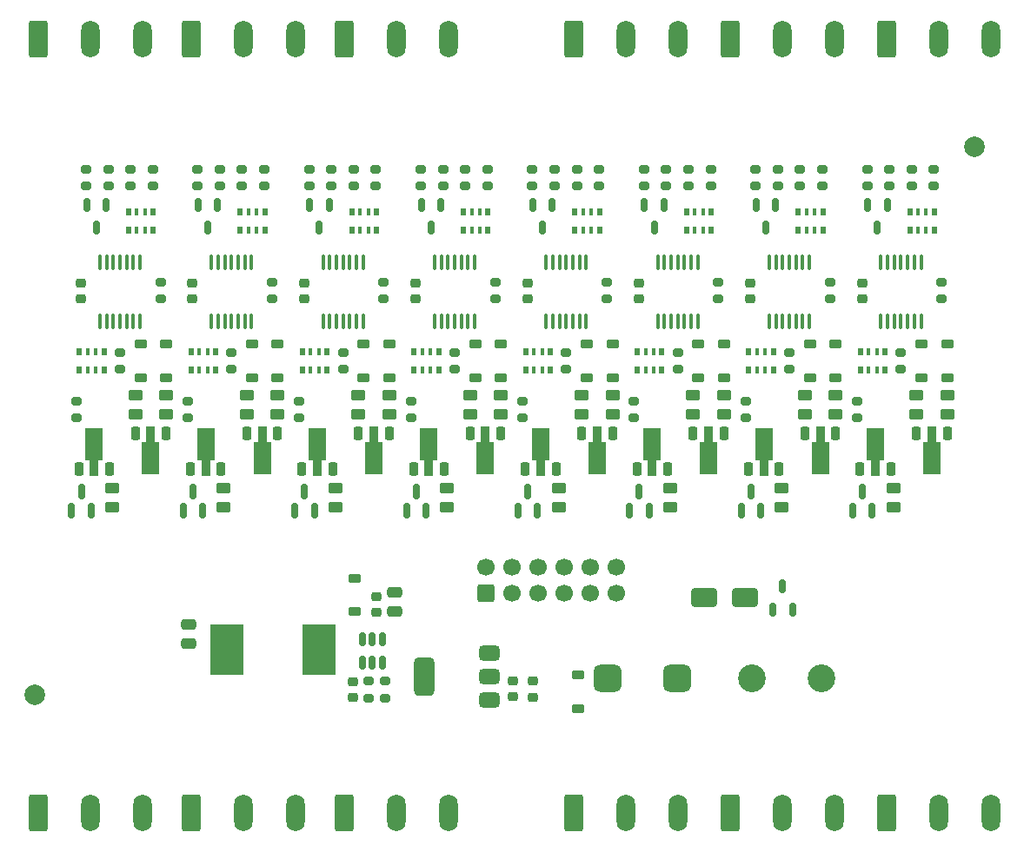
<source format=gbr>
%TF.GenerationSoftware,KiCad,Pcbnew,9.0.0*%
%TF.CreationDate,2025-03-19T14:29:07+05:00*%
%TF.ProjectId,TC_OAMP,54435f4f-414d-4502-9e6b-696361645f70,rev?*%
%TF.SameCoordinates,Original*%
%TF.FileFunction,Soldermask,Top*%
%TF.FilePolarity,Negative*%
%FSLAX46Y46*%
G04 Gerber Fmt 4.6, Leading zero omitted, Abs format (unit mm)*
G04 Created by KiCad (PCBNEW 9.0.0) date 2025-03-19 14:29:07*
%MOMM*%
%LPD*%
G01*
G04 APERTURE LIST*
G04 Aperture macros list*
%AMRoundRect*
0 Rectangle with rounded corners*
0 $1 Rounding radius*
0 $2 $3 $4 $5 $6 $7 $8 $9 X,Y pos of 4 corners*
0 Add a 4 corners polygon primitive as box body*
4,1,4,$2,$3,$4,$5,$6,$7,$8,$9,$2,$3,0*
0 Add four circle primitives for the rounded corners*
1,1,$1+$1,$2,$3*
1,1,$1+$1,$4,$5*
1,1,$1+$1,$6,$7*
1,1,$1+$1,$8,$9*
0 Add four rect primitives between the rounded corners*
20,1,$1+$1,$2,$3,$4,$5,0*
20,1,$1+$1,$4,$5,$6,$7,0*
20,1,$1+$1,$6,$7,$8,$9,0*
20,1,$1+$1,$8,$9,$2,$3,0*%
%AMFreePoly0*
4,1,9,3.862500,-0.866500,0.737500,-0.866500,0.737500,-0.450000,-0.737500,-0.450000,-0.737500,0.450000,0.737500,0.450000,0.737500,0.866500,3.862500,0.866500,3.862500,-0.866500,3.862500,-0.866500,$1*%
G04 Aperture macros list end*
%ADD10RoundRect,0.225000X0.375000X-0.225000X0.375000X0.225000X-0.375000X0.225000X-0.375000X-0.225000X0*%
%ADD11RoundRect,0.225000X-0.375000X0.225000X-0.375000X-0.225000X0.375000X-0.225000X0.375000X0.225000X0*%
%ADD12RoundRect,0.200000X-0.275000X0.200000X-0.275000X-0.200000X0.275000X-0.200000X0.275000X0.200000X0*%
%ADD13RoundRect,0.250000X-0.450000X0.262500X-0.450000X-0.262500X0.450000X-0.262500X0.450000X0.262500X0*%
%ADD14R,3.175000X4.950000*%
%ADD15RoundRect,0.225000X0.225000X-0.425000X0.225000X0.425000X-0.225000X0.425000X-0.225000X-0.425000X0*%
%ADD16FreePoly0,90.000000*%
%ADD17R,0.500000X0.800000*%
%ADD18R,0.400000X0.800000*%
%ADD19RoundRect,0.225000X-0.250000X0.225000X-0.250000X-0.225000X0.250000X-0.225000X0.250000X0.225000X0*%
%ADD20RoundRect,0.250000X0.475000X-0.250000X0.475000X0.250000X-0.475000X0.250000X-0.475000X-0.250000X0*%
%ADD21RoundRect,0.150000X0.150000X-0.512500X0.150000X0.512500X-0.150000X0.512500X-0.150000X-0.512500X0*%
%ADD22C,2.000000*%
%ADD23RoundRect,0.250000X-0.650000X-1.550000X0.650000X-1.550000X0.650000X1.550000X-0.650000X1.550000X0*%
%ADD24O,1.800000X3.600000*%
%ADD25RoundRect,0.100000X-0.100000X0.637500X-0.100000X-0.637500X0.100000X-0.637500X0.100000X0.637500X0*%
%ADD26RoundRect,0.200000X0.275000X-0.200000X0.275000X0.200000X-0.275000X0.200000X-0.275000X-0.200000X0*%
%ADD27RoundRect,0.225000X-0.225000X0.425000X-0.225000X-0.425000X0.225000X-0.425000X0.225000X0.425000X0*%
%ADD28FreePoly0,270.000000*%
%ADD29RoundRect,0.150000X0.150000X-0.587500X0.150000X0.587500X-0.150000X0.587500X-0.150000X-0.587500X0*%
%ADD30RoundRect,0.250000X0.450000X-0.262500X0.450000X0.262500X-0.450000X0.262500X-0.450000X-0.262500X0*%
%ADD31RoundRect,0.150000X-0.150000X0.512500X-0.150000X-0.512500X0.150000X-0.512500X0.150000X0.512500X0*%
%ADD32RoundRect,0.375000X0.625000X0.375000X-0.625000X0.375000X-0.625000X-0.375000X0.625000X-0.375000X0*%
%ADD33RoundRect,0.500000X0.500000X1.400000X-0.500000X1.400000X-0.500000X-1.400000X0.500000X-1.400000X0*%
%ADD34RoundRect,0.225000X0.250000X-0.225000X0.250000X0.225000X-0.250000X0.225000X-0.250000X-0.225000X0*%
%ADD35RoundRect,0.250000X-1.000000X-0.650000X1.000000X-0.650000X1.000000X0.650000X-1.000000X0.650000X0*%
%ADD36RoundRect,0.675000X-0.675000X-0.675000X0.675000X-0.675000X0.675000X0.675000X-0.675000X0.675000X0*%
%ADD37C,2.700000*%
%ADD38RoundRect,0.250000X0.600000X-0.600000X0.600000X0.600000X-0.600000X0.600000X-0.600000X-0.600000X0*%
%ADD39C,1.700000*%
G04 APERTURE END LIST*
D10*
%TO.C,D24*%
X193550000Y-101917499D03*
X193550000Y-98617499D03*
%TD*%
D11*
%TO.C,D23*%
X191050000Y-98617499D03*
X191050000Y-101917499D03*
%TD*%
D12*
%TO.C,R1*%
X114003333Y-81579999D03*
X114003333Y-83229999D03*
%TD*%
%TO.C,R53*%
X166179524Y-81579999D03*
X166179524Y-83229999D03*
%TD*%
%TO.C,R11*%
X124871904Y-81579999D03*
X124871904Y-83229999D03*
%TD*%
D13*
%TO.C,R49*%
X160944286Y-103604999D03*
X160944286Y-105429999D03*
%TD*%
D14*
%TO.C,L1*%
X132385000Y-128400000D03*
X123370000Y-128400000D03*
%TD*%
D12*
%TO.C,R35*%
X148775714Y-81579999D03*
X148775714Y-83229999D03*
%TD*%
D15*
%TO.C,Q7*%
X130707143Y-110767499D03*
D16*
X132207143Y-110679999D03*
D15*
X133707143Y-110767499D03*
%TD*%
D11*
%TO.C,D20*%
X180181429Y-98617499D03*
X180181429Y-101917499D03*
%TD*%
D17*
%TO.C,RN13*%
X181431429Y-85717499D03*
D18*
X180631429Y-85717499D03*
X179831429Y-85717499D03*
D17*
X179031429Y-85717499D03*
X179031429Y-87517499D03*
D18*
X179831429Y-87517499D03*
X180631429Y-87517499D03*
D17*
X181431429Y-87517499D03*
%TD*%
D19*
%TO.C,C3*%
X130907143Y-92629999D03*
X130907143Y-94179999D03*
%TD*%
D12*
%TO.C,R21*%
X135740476Y-81579999D03*
X135740476Y-83229999D03*
%TD*%
D13*
%TO.C,R80*%
X188300000Y-112692499D03*
X188300000Y-114517499D03*
%TD*%
D20*
%TO.C,C12*%
X119675000Y-127829999D03*
X119675000Y-125930001D03*
%TD*%
D13*
%TO.C,R19*%
X128338571Y-103604999D03*
X128338571Y-105429999D03*
%TD*%
D21*
%TO.C,D26*%
X176570001Y-124477500D03*
X178469999Y-124477500D03*
X177520000Y-122202500D03*
%TD*%
D10*
%TO.C,D15*%
X160944286Y-101917499D03*
X160944286Y-98617499D03*
%TD*%
D22*
%TO.C,REF\u002A\u002A*%
X104670000Y-132770000D03*
%TD*%
D12*
%TO.C,R16*%
X123838571Y-99442499D03*
X123838571Y-101092499D03*
%TD*%
D23*
%TO.C,X6*%
X187640000Y-68850000D03*
D24*
X192720000Y-68850000D03*
X197800000Y-68850000D03*
%TD*%
D13*
%TO.C,R79*%
X193550000Y-103604999D03*
X193550000Y-105429999D03*
%TD*%
D17*
%TO.C,RN1*%
X116220000Y-85717499D03*
D18*
X115420000Y-85717499D03*
X114620000Y-85717499D03*
D17*
X113820000Y-85717499D03*
X113820000Y-87517499D03*
D18*
X114620000Y-87517499D03*
X115420000Y-87517499D03*
D17*
X116220000Y-87517499D03*
%TD*%
D25*
%TO.C,DA6*%
X169262857Y-90654999D03*
X168612857Y-90654999D03*
X167962857Y-90654999D03*
X167312857Y-90654999D03*
X166662857Y-90654999D03*
X166012857Y-90654999D03*
X165362857Y-90654999D03*
X165362857Y-96379999D03*
X166012857Y-96379999D03*
X166662857Y-96379999D03*
X167312857Y-96379999D03*
X167962857Y-96379999D03*
X168612857Y-96379999D03*
X169262857Y-96379999D03*
%TD*%
D11*
%TO.C,D2*%
X114970000Y-98617499D03*
X114970000Y-101917499D03*
%TD*%
D17*
%TO.C,RN4*%
X122288571Y-99367499D03*
D18*
X121488571Y-99367499D03*
X120688571Y-99367499D03*
D17*
X119888571Y-99367499D03*
X119888571Y-101167499D03*
D18*
X120688571Y-101167499D03*
X121488571Y-101167499D03*
D17*
X122288571Y-101167499D03*
%TD*%
D23*
%TO.C,X3*%
X134780000Y-68850000D03*
D24*
X139860000Y-68850000D03*
X144940000Y-68850000D03*
%TD*%
D12*
%TO.C,R42*%
X153144286Y-81579999D03*
X153144286Y-83229999D03*
%TD*%
D26*
%TO.C,R14*%
X127788571Y-94229999D03*
X127788571Y-92579999D03*
%TD*%
D12*
%TO.C,R45*%
X159644286Y-81579999D03*
X159644286Y-83229999D03*
%TD*%
D23*
%TO.C,X10*%
X157160000Y-144350000D03*
D24*
X162240000Y-144350000D03*
X167320000Y-144350000D03*
%TD*%
D19*
%TO.C,C4*%
X141775714Y-92629999D03*
X141775714Y-94179999D03*
%TD*%
D10*
%TO.C,D12*%
X150075714Y-101917499D03*
X150075714Y-98617499D03*
%TD*%
D13*
%TO.C,R50*%
X155694286Y-112692499D03*
X155694286Y-114517499D03*
%TD*%
D12*
%TO.C,R17*%
X119578571Y-104152499D03*
X119578571Y-105802499D03*
%TD*%
D27*
%TO.C,Q3*%
X117470000Y-107317499D03*
D28*
X115970000Y-107405000D03*
D27*
X114470000Y-107317499D03*
%TD*%
D26*
%TO.C,R4*%
X116920000Y-94229999D03*
X116920000Y-92579999D03*
%TD*%
D12*
%TO.C,R2*%
X109670000Y-81579999D03*
X109670000Y-83229999D03*
%TD*%
D29*
%TO.C,Q2*%
X108270000Y-114892500D03*
X110170000Y-114892500D03*
X109220000Y-113017499D03*
%TD*%
D23*
%TO.C,X1*%
X105000000Y-68850000D03*
D24*
X110080000Y-68850000D03*
X115160000Y-68850000D03*
%TD*%
D30*
%TO.C,R48*%
X157944286Y-105429999D03*
X157944286Y-103604999D03*
%TD*%
D17*
%TO.C,RN8*%
X144025714Y-99367499D03*
D18*
X143225714Y-99367499D03*
X142425714Y-99367499D03*
D17*
X141625714Y-99367499D03*
X141625714Y-101167499D03*
D18*
X142425714Y-101167499D03*
X143225714Y-101167499D03*
D17*
X144025714Y-101167499D03*
%TD*%
D13*
%TO.C,R20*%
X123088571Y-112692499D03*
X123088571Y-114517499D03*
%TD*%
D31*
%TO.C,D1*%
X111619998Y-85017499D03*
X109720000Y-85017499D03*
X110669999Y-87292499D03*
%TD*%
%TO.C,D19*%
X176831428Y-85017499D03*
X174931428Y-85017499D03*
X175881428Y-87292499D03*
%TD*%
D12*
%TO.C,R13*%
X122705238Y-81579999D03*
X122705238Y-83229999D03*
%TD*%
%TO.C,R15*%
X127038571Y-81579999D03*
X127038571Y-83229999D03*
%TD*%
D29*
%TO.C,Q5*%
X119138571Y-114892500D03*
X121038571Y-114892500D03*
X120088571Y-113017500D03*
%TD*%
D13*
%TO.C,R69*%
X182681429Y-103604999D03*
X182681429Y-105429999D03*
%TD*%
D11*
%TO.C,D8*%
X136707143Y-98617499D03*
X136707143Y-101917499D03*
%TD*%
D12*
%TO.C,R22*%
X131407143Y-81579999D03*
X131407143Y-83229999D03*
%TD*%
D19*
%TO.C,C2*%
X120038571Y-92629999D03*
X120038571Y-94179999D03*
%TD*%
D12*
%TO.C,R23*%
X133573810Y-81579999D03*
X133573810Y-83229999D03*
%TD*%
D25*
%TO.C,DA8*%
X191000000Y-90654999D03*
X190350000Y-90654999D03*
X189700000Y-90654999D03*
X189050000Y-90654999D03*
X188400000Y-90654999D03*
X187750000Y-90654999D03*
X187100000Y-90654999D03*
X187100000Y-96379999D03*
X187750000Y-96379999D03*
X188400000Y-96379999D03*
X189050000Y-96379999D03*
X189700000Y-96379999D03*
X190350000Y-96379999D03*
X191000000Y-96379999D03*
%TD*%
D17*
%TO.C,RN2*%
X111420000Y-99367499D03*
D18*
X110620000Y-99367499D03*
X109820000Y-99367499D03*
D17*
X109020000Y-99367499D03*
X109020000Y-101167499D03*
D18*
X109820000Y-101167499D03*
X110620000Y-101167499D03*
D17*
X111420000Y-101167499D03*
%TD*%
D27*
%TO.C,Q6*%
X128338571Y-107317499D03*
D28*
X126838571Y-107404999D03*
D27*
X125338571Y-107317499D03*
%TD*%
D12*
%TO.C,R62*%
X174881429Y-81579999D03*
X174881429Y-83229999D03*
%TD*%
D19*
%TO.C,C5*%
X152644286Y-92629999D03*
X152644286Y-94179999D03*
%TD*%
D12*
%TO.C,R26*%
X134707143Y-99442499D03*
X134707143Y-101092499D03*
%TD*%
%TO.C,R47*%
X152184286Y-104152499D03*
X152184286Y-105802499D03*
%TD*%
%TO.C,R6*%
X112970000Y-99442499D03*
X112970000Y-101092499D03*
%TD*%
D15*
%TO.C,Q4*%
X119838571Y-110767499D03*
D16*
X121338571Y-110679999D03*
D15*
X122838571Y-110767499D03*
%TD*%
D19*
%TO.C,C6*%
X163512857Y-92629999D03*
X163512857Y-94179999D03*
%TD*%
D27*
%TO.C,Q18*%
X171812857Y-107317499D03*
D28*
X170312857Y-107404999D03*
D27*
X168812857Y-107317499D03*
%TD*%
D13*
%TO.C,R39*%
X150075714Y-103604999D03*
X150075714Y-105429999D03*
%TD*%
D12*
%TO.C,R3*%
X111836667Y-81579999D03*
X111836667Y-83229999D03*
%TD*%
D17*
%TO.C,RN16*%
X187500000Y-99367499D03*
D18*
X186700000Y-99367499D03*
X185900000Y-99367499D03*
D17*
X185100000Y-99367499D03*
X185100000Y-101167499D03*
D18*
X185900000Y-101167499D03*
X186700000Y-101167499D03*
D17*
X187500000Y-101167499D03*
%TD*%
D11*
%TO.C,D14*%
X158444286Y-98617499D03*
X158444286Y-101917499D03*
%TD*%
D30*
%TO.C,R78*%
X190550000Y-105429999D03*
X190550000Y-103604999D03*
%TD*%
D13*
%TO.C,R59*%
X171812857Y-103604999D03*
X171812857Y-105429999D03*
%TD*%
D12*
%TO.C,R37*%
X141315714Y-104152499D03*
X141315714Y-105802499D03*
%TD*%
D31*
%TO.C,D7*%
X133357142Y-85017499D03*
X131457142Y-85017499D03*
X132407142Y-87292499D03*
%TD*%
D25*
%TO.C,DA5*%
X158394286Y-90654999D03*
X157744286Y-90654999D03*
X157094286Y-90654999D03*
X156444286Y-90654999D03*
X155794286Y-90654999D03*
X155144286Y-90654999D03*
X154494286Y-90654999D03*
X154494286Y-96379999D03*
X155144286Y-96379999D03*
X155794286Y-96379999D03*
X156444286Y-96379999D03*
X157094286Y-96379999D03*
X157744286Y-96379999D03*
X158394286Y-96379999D03*
%TD*%
D26*
%TO.C,R24*%
X138657143Y-94229999D03*
X138657143Y-92579999D03*
%TD*%
D23*
%TO.C,X7*%
X105000000Y-144350000D03*
D24*
X110080000Y-144350000D03*
X115160000Y-144350000D03*
%TD*%
D17*
%TO.C,RN5*%
X137957143Y-85717499D03*
D18*
X137157143Y-85717499D03*
X136357143Y-85717499D03*
D17*
X135557143Y-85717499D03*
X135557143Y-87517499D03*
D18*
X136357143Y-87517499D03*
X137157143Y-87517499D03*
D17*
X137957143Y-87517499D03*
%TD*%
D12*
%TO.C,R56*%
X167312857Y-99442499D03*
X167312857Y-101092499D03*
%TD*%
D23*
%TO.C,X8*%
X119890000Y-144350000D03*
D24*
X124970000Y-144350000D03*
X130050000Y-144350000D03*
%TD*%
D10*
%TO.C,D3*%
X117470000Y-101917499D03*
X117470000Y-98617499D03*
%TD*%
D32*
%TO.C,U1*%
X148930000Y-133332499D03*
X148929999Y-131032499D03*
D33*
X142630001Y-131032499D03*
D32*
X148930000Y-128732499D03*
%TD*%
D25*
%TO.C,DA3*%
X136657143Y-90654999D03*
X136007143Y-90654999D03*
X135357143Y-90654999D03*
X134707143Y-90654999D03*
X134057143Y-90654999D03*
X133407143Y-90654999D03*
X132757143Y-90654999D03*
X132757143Y-96379999D03*
X133407143Y-96379999D03*
X134057143Y-96379999D03*
X134707143Y-96379999D03*
X135357143Y-96379999D03*
X136007143Y-96379999D03*
X136657143Y-96379999D03*
%TD*%
D12*
%TO.C,R31*%
X146609047Y-81579999D03*
X146609047Y-83229999D03*
%TD*%
D20*
%TO.C,C9*%
X139747500Y-124712499D03*
X139747500Y-122812501D03*
%TD*%
D27*
%TO.C,Q24*%
X193550000Y-107317499D03*
D28*
X192050000Y-107404999D03*
D27*
X190550000Y-107317499D03*
%TD*%
D13*
%TO.C,R40*%
X144825714Y-112692499D03*
X144825714Y-114517499D03*
%TD*%
D31*
%TO.C,D13*%
X155094285Y-85017499D03*
X153194285Y-85017499D03*
X154144285Y-87292499D03*
%TD*%
D12*
%TO.C,R61*%
X179214762Y-81579999D03*
X179214762Y-83229999D03*
%TD*%
D23*
%TO.C,X4*%
X157160000Y-68850000D03*
D24*
X162240000Y-68850000D03*
X167320000Y-68850000D03*
%TD*%
D19*
%TO.C,C8*%
X185250000Y-92629999D03*
X185250000Y-94179999D03*
%TD*%
D30*
%TO.C,R58*%
X168812857Y-105429999D03*
X168812857Y-103604999D03*
%TD*%
D11*
%TO.C,D11*%
X147575714Y-98617499D03*
X147575714Y-101917499D03*
%TD*%
D15*
%TO.C,Q19*%
X174181429Y-110767499D03*
D16*
X175681429Y-110679999D03*
D15*
X177181429Y-110767499D03*
%TD*%
D27*
%TO.C,Q15*%
X160944286Y-107317499D03*
D28*
X159444286Y-107404999D03*
D27*
X157944286Y-107317499D03*
%TD*%
%TO.C,Q21*%
X182681429Y-107317499D03*
D28*
X181181429Y-107404999D03*
D27*
X179681429Y-107317499D03*
%TD*%
D12*
%TO.C,R63*%
X177048096Y-81579999D03*
X177048096Y-83229999D03*
%TD*%
D29*
%TO.C,Q14*%
X151744286Y-114892500D03*
X153644286Y-114892500D03*
X152694286Y-113017500D03*
%TD*%
D23*
%TO.C,X11*%
X172400000Y-144350000D03*
D24*
X177480000Y-144350000D03*
X182560000Y-144350000D03*
%TD*%
D12*
%TO.C,R12*%
X120538571Y-81579999D03*
X120538571Y-83229999D03*
%TD*%
D15*
%TO.C,Q22*%
X185050000Y-110767499D03*
D16*
X186550000Y-110679999D03*
D15*
X188050000Y-110767499D03*
%TD*%
D11*
%TO.C,D25*%
X157560000Y-130832500D03*
X157560000Y-134132500D03*
%TD*%
D31*
%TO.C,D16*%
X165962856Y-85017499D03*
X164062856Y-85017499D03*
X165012856Y-87292499D03*
%TD*%
D12*
%TO.C,R46*%
X156444286Y-99442499D03*
X156444286Y-101092499D03*
%TD*%
D10*
%TO.C,D18*%
X171812857Y-101917499D03*
X171812857Y-98617499D03*
%TD*%
D12*
%TO.C,R25*%
X137907143Y-81579999D03*
X137907143Y-83229999D03*
%TD*%
D19*
%TO.C,C11*%
X135657500Y-131535000D03*
X135657500Y-133085000D03*
%TD*%
D17*
%TO.C,RN15*%
X192300000Y-85717499D03*
D18*
X191500000Y-85717499D03*
X190700000Y-85717499D03*
D17*
X189900000Y-85717499D03*
X189900000Y-87517499D03*
D18*
X190700000Y-87517499D03*
X191500000Y-87517499D03*
D17*
X192300000Y-87517499D03*
%TD*%
D15*
%TO.C,Q1*%
X108970000Y-110767499D03*
D16*
X110470000Y-110679998D03*
D15*
X111970000Y-110767499D03*
%TD*%
D31*
%TO.C,D4*%
X122488570Y-85017499D03*
X120588570Y-85017499D03*
X121538570Y-87292499D03*
%TD*%
D15*
%TO.C,Q10*%
X141575714Y-110767499D03*
D16*
X143075714Y-110679999D03*
D15*
X144575714Y-110767499D03*
%TD*%
D11*
%TO.C,D17*%
X169312857Y-98617499D03*
X169312857Y-101917499D03*
%TD*%
D17*
%TO.C,RN12*%
X165762857Y-99367499D03*
D18*
X164962857Y-99367499D03*
X164162857Y-99367499D03*
D17*
X163362857Y-99367499D03*
X163362857Y-101167499D03*
D18*
X164162857Y-101167499D03*
X164962857Y-101167499D03*
D17*
X165762857Y-101167499D03*
%TD*%
D30*
%TO.C,R18*%
X125338571Y-105429999D03*
X125338571Y-103604999D03*
%TD*%
D29*
%TO.C,Q23*%
X184350000Y-114892500D03*
X186250000Y-114892500D03*
X185300000Y-113017500D03*
%TD*%
D12*
%TO.C,R27*%
X130447143Y-104152499D03*
X130447143Y-105802499D03*
%TD*%
D31*
%TO.C,D22*%
X187699999Y-85017499D03*
X185799999Y-85017499D03*
X186749999Y-87292499D03*
%TD*%
D25*
%TO.C,DA7*%
X180131429Y-90654999D03*
X179481429Y-90654999D03*
X178831429Y-90654999D03*
X178181429Y-90654999D03*
X177531429Y-90654999D03*
X176881429Y-90654999D03*
X176231429Y-90654999D03*
X176231429Y-96379999D03*
X176881429Y-96379999D03*
X177531429Y-96379999D03*
X178181429Y-96379999D03*
X178831429Y-96379999D03*
X179481429Y-96379999D03*
X180131429Y-96379999D03*
%TD*%
D12*
%TO.C,R32*%
X142275714Y-81579999D03*
X142275714Y-83229999D03*
%TD*%
D17*
%TO.C,RN3*%
X127088571Y-85717499D03*
D18*
X126288571Y-85717499D03*
X125488571Y-85717499D03*
D17*
X124688571Y-85717499D03*
X124688571Y-87517499D03*
D18*
X125488571Y-87517499D03*
X126288571Y-87517499D03*
D17*
X127088571Y-87517499D03*
%TD*%
%TO.C,RN10*%
X154894286Y-99367499D03*
D18*
X154094286Y-99367499D03*
X153294286Y-99367499D03*
D17*
X152494286Y-99367499D03*
X152494286Y-101167499D03*
D18*
X153294286Y-101167499D03*
X154094286Y-101167499D03*
D17*
X154894286Y-101167499D03*
%TD*%
D10*
%TO.C,D6*%
X128338571Y-101917499D03*
X128338571Y-98617499D03*
%TD*%
D13*
%TO.C,R10*%
X112220000Y-112692499D03*
X112220000Y-114517499D03*
%TD*%
%TO.C,R70*%
X177431429Y-112692499D03*
X177431429Y-114517499D03*
%TD*%
D12*
%TO.C,R65*%
X181381429Y-81579999D03*
X181381429Y-83229999D03*
%TD*%
D25*
%TO.C,DA2*%
X125788571Y-90654999D03*
X125138571Y-90654999D03*
X124488571Y-90654999D03*
X123838571Y-90654999D03*
X123188571Y-90654999D03*
X122538571Y-90654999D03*
X121888571Y-90654999D03*
X121888571Y-96379999D03*
X122538571Y-96379999D03*
X123188571Y-96379999D03*
X123838571Y-96379999D03*
X124488571Y-96379999D03*
X125138571Y-96379999D03*
X125788571Y-96379999D03*
%TD*%
D17*
%TO.C,RN7*%
X148825714Y-85717499D03*
D18*
X148025714Y-85717499D03*
X147225714Y-85717499D03*
D17*
X146425714Y-85717499D03*
X146425714Y-87517499D03*
D18*
X147225714Y-87517499D03*
X148025714Y-87517499D03*
D17*
X148825714Y-87517499D03*
%TD*%
D27*
%TO.C,Q9*%
X139207143Y-107317499D03*
D28*
X137707143Y-107404999D03*
D27*
X136207143Y-107317499D03*
%TD*%
D12*
%TO.C,R55*%
X170512857Y-81579999D03*
X170512857Y-83229999D03*
%TD*%
D26*
%TO.C,R34*%
X149525714Y-94229999D03*
X149525714Y-92579999D03*
%TD*%
D34*
%TO.C,C10*%
X137917500Y-124757500D03*
X137917500Y-123207500D03*
%TD*%
D26*
%TO.C,R82*%
X138817500Y-133135000D03*
X138817500Y-131485000D03*
%TD*%
D12*
%TO.C,R66*%
X178181429Y-99442499D03*
X178181429Y-101092499D03*
%TD*%
%TO.C,R57*%
X163052857Y-104152499D03*
X163052857Y-105802499D03*
%TD*%
%TO.C,R7*%
X108710000Y-104152499D03*
X108710000Y-105802499D03*
%TD*%
D23*
%TO.C,X2*%
X119890000Y-68850000D03*
D24*
X124970000Y-68850000D03*
X130050000Y-68850000D03*
%TD*%
D31*
%TO.C,D10*%
X144225713Y-85017499D03*
X142325713Y-85017499D03*
X143275713Y-87292499D03*
%TD*%
D12*
%TO.C,R77*%
X184790000Y-104152499D03*
X184790000Y-105802499D03*
%TD*%
%TO.C,R76*%
X189050000Y-99442499D03*
X189050000Y-101092499D03*
%TD*%
D23*
%TO.C,X5*%
X172400000Y-68850000D03*
D24*
X177480000Y-68850000D03*
X182560000Y-68850000D03*
%TD*%
D13*
%TO.C,R30*%
X133957143Y-112692499D03*
X133957143Y-114517499D03*
%TD*%
D26*
%TO.C,R54*%
X171262857Y-94229999D03*
X171262857Y-92579999D03*
%TD*%
D35*
%TO.C,D27*%
X169889999Y-123290000D03*
X173890001Y-123290000D03*
%TD*%
D12*
%TO.C,R36*%
X145575714Y-99442499D03*
X145575714Y-101092499D03*
%TD*%
D36*
%TO.C,F1*%
X160479999Y-131170000D03*
X167239999Y-131170000D03*
D37*
X174519999Y-131170000D03*
X181279999Y-131170000D03*
%TD*%
D30*
%TO.C,R38*%
X147075714Y-105429999D03*
X147075714Y-103604999D03*
%TD*%
%TO.C,R68*%
X179681429Y-105429999D03*
X179681429Y-103604999D03*
%TD*%
D11*
%TO.C,D5*%
X125838571Y-98617499D03*
X125838571Y-101917499D03*
%TD*%
D19*
%TO.C,C7*%
X174381429Y-92629999D03*
X174381429Y-94179999D03*
%TD*%
D12*
%TO.C,R73*%
X187916667Y-81579999D03*
X187916667Y-83229999D03*
%TD*%
D30*
%TO.C,R28*%
X136207143Y-105429999D03*
X136207143Y-103604999D03*
%TD*%
D10*
%TO.C,D9*%
X139207143Y-101917499D03*
X139207143Y-98617499D03*
%TD*%
D30*
%TO.C,R8*%
X114470000Y-105429999D03*
X114470000Y-103604999D03*
%TD*%
D27*
%TO.C,Q12*%
X150075714Y-107317499D03*
D28*
X148575714Y-107404999D03*
D27*
X147075714Y-107317499D03*
%TD*%
D13*
%TO.C,R9*%
X117470000Y-103604999D03*
X117470000Y-105429999D03*
%TD*%
D23*
%TO.C,X12*%
X187640000Y-144350000D03*
D24*
X192720000Y-144350000D03*
X197800000Y-144350000D03*
%TD*%
D12*
%TO.C,R67*%
X173921429Y-104152499D03*
X173921429Y-105802499D03*
%TD*%
D29*
%TO.C,Q11*%
X140875714Y-114892500D03*
X142775714Y-114892500D03*
X141825714Y-113017500D03*
%TD*%
D26*
%TO.C,R64*%
X182131429Y-94229999D03*
X182131429Y-92579999D03*
%TD*%
%TO.C,R44*%
X160394286Y-94229999D03*
X160394286Y-92579999D03*
%TD*%
D12*
%TO.C,R5*%
X116170000Y-81579999D03*
X116170000Y-83229999D03*
%TD*%
D13*
%TO.C,R29*%
X139207143Y-103604999D03*
X139207143Y-105429999D03*
%TD*%
D19*
%TO.C,C1*%
X109170000Y-92629999D03*
X109170000Y-94179999D03*
%TD*%
D29*
%TO.C,Q20*%
X173481429Y-114892500D03*
X175381429Y-114892500D03*
X174431429Y-113017500D03*
%TD*%
D19*
%TO.C,C14*%
X151280001Y-131457502D03*
X151280001Y-133007502D03*
%TD*%
%TO.C,C13*%
X153190000Y-131485000D03*
X153190000Y-133035000D03*
%TD*%
D15*
%TO.C,Q16*%
X163312857Y-110767499D03*
D16*
X164812857Y-110679999D03*
D15*
X166312857Y-110767499D03*
%TD*%
D12*
%TO.C,R52*%
X164012857Y-81579999D03*
X164012857Y-83229999D03*
%TD*%
D21*
%TO.C,D28*%
X136605001Y-129667500D03*
X137555000Y-129667500D03*
X138504999Y-129667500D03*
X138504999Y-127392500D03*
X137555000Y-127392500D03*
X136605001Y-127392500D03*
%TD*%
D12*
%TO.C,R72*%
X185750000Y-81579999D03*
X185750000Y-83229999D03*
%TD*%
%TO.C,R81*%
X137217500Y-131485000D03*
X137217500Y-133135000D03*
%TD*%
%TO.C,R75*%
X192250000Y-81579999D03*
X192250000Y-83229999D03*
%TD*%
%TO.C,R33*%
X144442381Y-81579999D03*
X144442381Y-83229999D03*
%TD*%
%TO.C,R43*%
X155310953Y-81579999D03*
X155310953Y-83229999D03*
%TD*%
D15*
%TO.C,Q13*%
X152444286Y-110767499D03*
D16*
X153944286Y-110679999D03*
D15*
X155444286Y-110767499D03*
%TD*%
D17*
%TO.C,RN11*%
X170562857Y-85717499D03*
D18*
X169762857Y-85717499D03*
X168962857Y-85717499D03*
D17*
X168162857Y-85717499D03*
X168162857Y-87517499D03*
D18*
X168962857Y-87517499D03*
X169762857Y-87517499D03*
D17*
X170562857Y-87517499D03*
%TD*%
D23*
%TO.C,X9*%
X134780000Y-144350000D03*
D24*
X139860000Y-144350000D03*
X144940000Y-144350000D03*
%TD*%
D10*
%TO.C,D29*%
X135847500Y-124717500D03*
X135847500Y-121417500D03*
%TD*%
%TO.C,D21*%
X182681429Y-101917499D03*
X182681429Y-98617499D03*
%TD*%
D25*
%TO.C,DA4*%
X147525714Y-90654999D03*
X146875714Y-90654999D03*
X146225714Y-90654999D03*
X145575714Y-90654999D03*
X144925714Y-90654999D03*
X144275714Y-90654999D03*
X143625714Y-90654999D03*
X143625714Y-96379999D03*
X144275714Y-96379999D03*
X144925714Y-96379999D03*
X145575714Y-96379999D03*
X146225714Y-96379999D03*
X146875714Y-96379999D03*
X147525714Y-96379999D03*
%TD*%
D17*
%TO.C,RN9*%
X159694286Y-85717499D03*
D18*
X158894286Y-85717499D03*
X158094286Y-85717499D03*
D17*
X157294286Y-85717499D03*
X157294286Y-87517499D03*
D18*
X158094286Y-87517499D03*
X158894286Y-87517499D03*
D17*
X159694286Y-87517499D03*
%TD*%
D22*
%TO.C,REF\u002A\u002A*%
X196190000Y-79410000D03*
%TD*%
D12*
%TO.C,R71*%
X190083333Y-81579999D03*
X190083333Y-83229999D03*
%TD*%
D17*
%TO.C,RN6*%
X133157143Y-99367499D03*
D18*
X132357143Y-99367499D03*
X131557143Y-99367499D03*
D17*
X130757143Y-99367499D03*
X130757143Y-101167499D03*
D18*
X131557143Y-101167499D03*
X132357143Y-101167499D03*
D17*
X133157143Y-101167499D03*
%TD*%
D12*
%TO.C,R51*%
X168346190Y-81579999D03*
X168346190Y-83229999D03*
%TD*%
D25*
%TO.C,DA1*%
X114920000Y-90654999D03*
X114270000Y-90654999D03*
X113620000Y-90654999D03*
X112970000Y-90654999D03*
X112320000Y-90654999D03*
X111670000Y-90654999D03*
X111020000Y-90654999D03*
X111020000Y-96379999D03*
X111670000Y-96379999D03*
X112320000Y-96379999D03*
X112970000Y-96379999D03*
X113620000Y-96379999D03*
X114270000Y-96379999D03*
X114920000Y-96379999D03*
%TD*%
D13*
%TO.C,R60*%
X166562857Y-112692499D03*
X166562857Y-114517499D03*
%TD*%
D38*
%TO.C,X13*%
X148610000Y-122880000D03*
D39*
X148610000Y-120340000D03*
X151150000Y-122880000D03*
X151150000Y-120340000D03*
X153689999Y-122880000D03*
X153690000Y-120340000D03*
X156230000Y-122880000D03*
X156230000Y-120340000D03*
X158770000Y-122880000D03*
X158770000Y-120340000D03*
X161310000Y-122880000D03*
X161310000Y-120340000D03*
%TD*%
D29*
%TO.C,Q17*%
X162612857Y-114892500D03*
X164512857Y-114892500D03*
X163562857Y-113017500D03*
%TD*%
D26*
%TO.C,R74*%
X193000000Y-94229999D03*
X193000000Y-92579999D03*
%TD*%
D17*
%TO.C,RN14*%
X176631429Y-99367499D03*
D18*
X175831429Y-99367499D03*
X175031429Y-99367499D03*
D17*
X174231429Y-99367499D03*
X174231429Y-101167499D03*
D18*
X175031429Y-101167499D03*
X175831429Y-101167499D03*
D17*
X176631429Y-101167499D03*
%TD*%
D12*
%TO.C,R41*%
X157477619Y-81579999D03*
X157477619Y-83229999D03*
%TD*%
D29*
%TO.C,Q8*%
X130007143Y-114892500D03*
X131907143Y-114892500D03*
X130957143Y-113017500D03*
%TD*%
M02*

</source>
